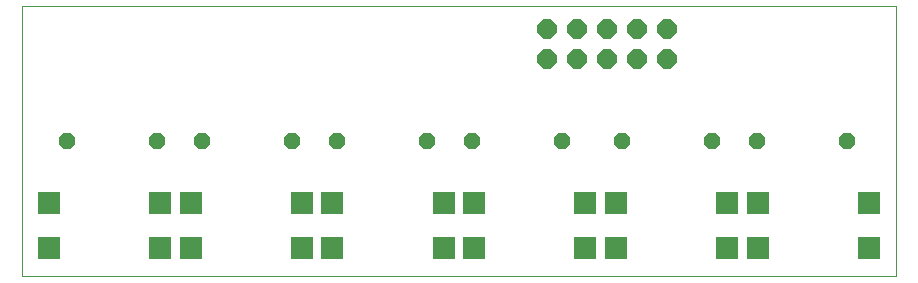
<source format=gts>
G75*
%MOIN*%
%OFA0B0*%
%FSLAX25Y25*%
%IPPOS*%
%LPD*%
%AMOC8*
5,1,8,0,0,1.08239X$1,22.5*
%
%ADD10C,0.00000*%
%ADD11R,0.07487X0.07487*%
%ADD12OC8,0.06400*%
%ADD13OC8,0.05600*%
D10*
X0001000Y0001250D02*
X0001000Y0091211D01*
X0292339Y0091211D01*
X0292339Y0001250D01*
X0001000Y0001250D01*
D11*
X0010055Y0010699D03*
X0047063Y0010699D03*
X0057299Y0010699D03*
X0094307Y0010699D03*
X0104543Y0010699D03*
X0141551Y0010699D03*
X0151787Y0010699D03*
X0188795Y0010699D03*
X0199031Y0010699D03*
X0236039Y0010699D03*
X0246276Y0010699D03*
X0283283Y0010699D03*
X0283283Y0025659D03*
X0246276Y0025659D03*
X0236039Y0025659D03*
X0199031Y0025659D03*
X0188795Y0025659D03*
X0151787Y0025659D03*
X0141551Y0025659D03*
X0104543Y0025659D03*
X0094307Y0025659D03*
X0057299Y0025659D03*
X0047063Y0025659D03*
X0010055Y0025659D03*
D12*
X0176000Y0073750D03*
X0186000Y0073750D03*
X0196000Y0073750D03*
X0206000Y0073750D03*
X0216000Y0073750D03*
X0216000Y0083750D03*
X0206000Y0083750D03*
X0196000Y0083750D03*
X0186000Y0083750D03*
X0176000Y0083750D03*
D13*
X0181000Y0046250D03*
X0201000Y0046250D03*
X0231000Y0046250D03*
X0246000Y0046250D03*
X0276000Y0046250D03*
X0151000Y0046250D03*
X0136000Y0046250D03*
X0106000Y0046250D03*
X0091000Y0046250D03*
X0061000Y0046250D03*
X0046000Y0046250D03*
X0016000Y0046250D03*
M02*

</source>
